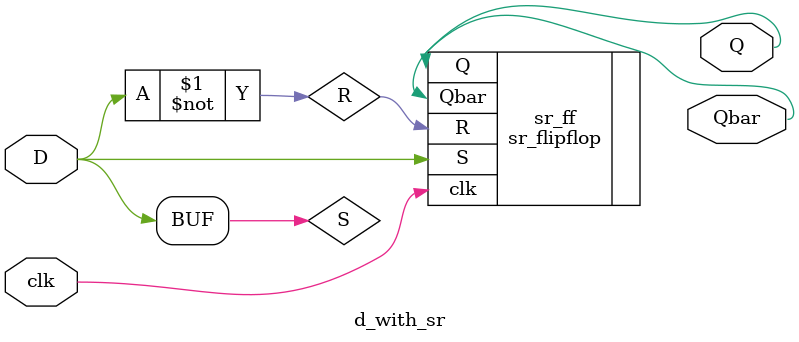
<source format=v>
module d_with_sr (
    input D,
    input clk,
    output Q,
    output Qbar
);

    wire S, R;

    assign S = D;
    assign R = ~D;

    sr_flipflop sr_ff (
        .S(S),
        .R(R),
        .clk(clk),
        .Q(Q),
        .Qbar(Qbar)
    );

endmodule


</source>
